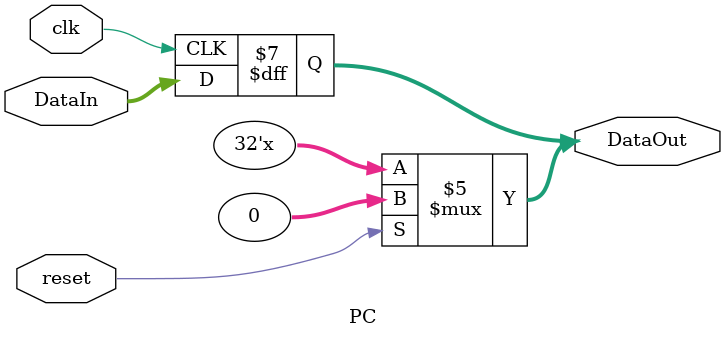
<source format=v>
module PC (clk,DataIn,reset,DataOut);

input clk,reset;
input [31:0] DataIn;
output reg [31:0] DataOut;


initial begin
DataOut<=0;
end


always @ (posedge clk) begin

DataOut<=DataIn;

end

always@ (reset) begin
if(reset==1)
DataOut<=0;
end

endmodule

</source>
